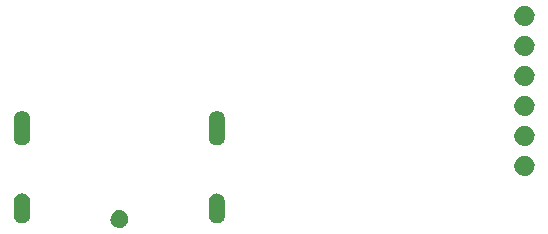
<source format=gbs>
G04 #@! TF.FileFunction,Soldermask,Bot*
%FSLAX46Y46*%
G04 Gerber Fmt 4.6, Leading zero omitted, Abs format (unit mm)*
G04 Created by KiCad (PCBNEW 4.0.7) date 09/28/18 02:57:55*
%MOMM*%
%LPD*%
G01*
G04 APERTURE LIST*
%ADD10C,0.100000*%
G04 APERTURE END LIST*
D10*
G36*
X139078776Y-111050498D02*
X139222851Y-111080072D01*
X139324547Y-111122822D01*
X139358444Y-111137071D01*
X139358445Y-111137072D01*
X139480383Y-111219319D01*
X139584021Y-111323683D01*
X139659265Y-111436936D01*
X139665415Y-111446193D01*
X139678310Y-111477477D01*
X139721465Y-111582178D01*
X139749998Y-111726284D01*
X139749998Y-111726287D01*
X139750032Y-111726459D01*
X139747686Y-111894455D01*
X139747648Y-111894622D01*
X139747648Y-111894627D01*
X139715101Y-112037884D01*
X139655278Y-112172248D01*
X139570491Y-112292441D01*
X139463983Y-112393867D01*
X139339795Y-112472679D01*
X139202664Y-112525869D01*
X139057821Y-112551409D01*
X138910765Y-112548328D01*
X138767115Y-112516744D01*
X138632335Y-112457861D01*
X138511554Y-112373915D01*
X138409387Y-112268119D01*
X138329708Y-112144481D01*
X138275564Y-112007730D01*
X138249013Y-111863066D01*
X138251067Y-111715994D01*
X138281648Y-111572120D01*
X138339587Y-111436938D01*
X138422685Y-111315577D01*
X138527775Y-111212666D01*
X138650844Y-111132131D01*
X138787221Y-111077031D01*
X138931698Y-111049471D01*
X139078776Y-111050498D01*
X139078776Y-111050498D01*
G37*
G36*
X130890729Y-109658246D02*
X130890730Y-109658246D01*
X130890755Y-109658249D01*
X131021261Y-109698648D01*
X131141435Y-109763626D01*
X131246700Y-109850708D01*
X131333045Y-109956578D01*
X131397182Y-110077203D01*
X131436669Y-110207988D01*
X131450000Y-110343952D01*
X131450000Y-111456169D01*
X131449944Y-111464094D01*
X131449932Y-111465822D01*
X131434703Y-111601586D01*
X131393395Y-111731807D01*
X131327579Y-111851525D01*
X131239764Y-111956179D01*
X131133294Y-112041783D01*
X131012225Y-112105077D01*
X130881167Y-112143649D01*
X130881146Y-112143651D01*
X130881142Y-112143652D01*
X130745114Y-112156032D01*
X130609271Y-112141754D01*
X130609270Y-112141754D01*
X130609245Y-112141751D01*
X130478739Y-112101352D01*
X130358565Y-112036374D01*
X130253300Y-111949292D01*
X130166955Y-111843422D01*
X130102818Y-111722797D01*
X130063331Y-111592012D01*
X130050000Y-111456048D01*
X130050000Y-110343831D01*
X130050061Y-110335195D01*
X130050068Y-110334178D01*
X130065297Y-110198414D01*
X130106605Y-110068193D01*
X130172421Y-109948475D01*
X130260236Y-109843821D01*
X130366706Y-109758217D01*
X130487775Y-109694923D01*
X130618833Y-109656351D01*
X130618854Y-109656349D01*
X130618858Y-109656348D01*
X130754886Y-109643968D01*
X130890729Y-109658246D01*
X130890729Y-109658246D01*
G37*
G36*
X147390729Y-109658246D02*
X147390730Y-109658246D01*
X147390755Y-109658249D01*
X147521261Y-109698648D01*
X147641435Y-109763626D01*
X147746700Y-109850708D01*
X147833045Y-109956578D01*
X147897182Y-110077203D01*
X147936669Y-110207988D01*
X147950000Y-110343952D01*
X147950000Y-111456169D01*
X147949944Y-111464094D01*
X147949932Y-111465822D01*
X147934703Y-111601586D01*
X147893395Y-111731807D01*
X147827579Y-111851525D01*
X147739764Y-111956179D01*
X147633294Y-112041783D01*
X147512225Y-112105077D01*
X147381167Y-112143649D01*
X147381146Y-112143651D01*
X147381142Y-112143652D01*
X147245114Y-112156032D01*
X147109271Y-112141754D01*
X147109270Y-112141754D01*
X147109245Y-112141751D01*
X146978739Y-112101352D01*
X146858565Y-112036374D01*
X146753300Y-111949292D01*
X146666955Y-111843422D01*
X146602818Y-111722797D01*
X146563331Y-111592012D01*
X146550000Y-111456048D01*
X146550000Y-110343831D01*
X146550061Y-110335195D01*
X146550068Y-110334178D01*
X146565297Y-110198414D01*
X146606605Y-110068193D01*
X146672421Y-109948475D01*
X146760236Y-109843821D01*
X146866706Y-109758217D01*
X146987775Y-109694923D01*
X147118833Y-109656351D01*
X147118854Y-109656349D01*
X147118858Y-109656348D01*
X147254886Y-109643968D01*
X147390729Y-109658246D01*
X147390729Y-109658246D01*
G37*
G36*
X173389384Y-106449565D02*
X173552862Y-106483122D01*
X173706717Y-106547797D01*
X173845074Y-106641120D01*
X173962669Y-106759539D01*
X174055024Y-106898545D01*
X174118622Y-107052845D01*
X174148686Y-107204681D01*
X174151037Y-107216555D01*
X174148375Y-107407175D01*
X174148337Y-107407342D01*
X174148337Y-107407347D01*
X174111402Y-107569917D01*
X174043521Y-107722380D01*
X173947318Y-107858756D01*
X173826466Y-107973842D01*
X173685554Y-108063267D01*
X173529957Y-108123619D01*
X173365607Y-108152599D01*
X173198748Y-108149103D01*
X173035753Y-108113266D01*
X172882823Y-108046453D01*
X172745780Y-107951205D01*
X172629848Y-107831156D01*
X172539442Y-107690871D01*
X172478007Y-107535704D01*
X172447880Y-107371559D01*
X172450211Y-107204681D01*
X172484909Y-107041435D01*
X172550653Y-106888045D01*
X172644940Y-106750341D01*
X172764182Y-106633571D01*
X172903825Y-106542191D01*
X173058567Y-106479671D01*
X173222499Y-106448400D01*
X173389384Y-106449565D01*
X173389384Y-106449565D01*
G37*
G36*
X173389384Y-103909565D02*
X173552862Y-103943122D01*
X173706717Y-104007797D01*
X173845074Y-104101120D01*
X173962669Y-104219539D01*
X174055024Y-104358545D01*
X174118622Y-104512845D01*
X174148686Y-104664681D01*
X174151037Y-104676555D01*
X174148375Y-104867175D01*
X174148337Y-104867342D01*
X174148337Y-104867347D01*
X174111402Y-105029917D01*
X174043521Y-105182380D01*
X173947318Y-105318756D01*
X173826466Y-105433842D01*
X173685554Y-105523267D01*
X173529957Y-105583619D01*
X173365607Y-105612599D01*
X173198748Y-105609103D01*
X173035753Y-105573266D01*
X172882823Y-105506453D01*
X172745780Y-105411205D01*
X172629848Y-105291156D01*
X172539442Y-105150871D01*
X172478007Y-104995704D01*
X172447880Y-104831559D01*
X172450211Y-104664681D01*
X172484909Y-104501435D01*
X172550653Y-104348045D01*
X172644940Y-104210341D01*
X172764182Y-104093571D01*
X172903825Y-104002191D01*
X173058567Y-103939671D01*
X173222499Y-103908400D01*
X173389384Y-103909565D01*
X173389384Y-103909565D01*
G37*
G36*
X147390729Y-102677278D02*
X147390730Y-102677278D01*
X147390755Y-102677281D01*
X147521261Y-102717680D01*
X147641435Y-102782658D01*
X147746700Y-102869740D01*
X147833045Y-102975610D01*
X147897182Y-103096235D01*
X147936669Y-103227020D01*
X147950000Y-103362984D01*
X147950000Y-104877137D01*
X147949944Y-104885062D01*
X147949932Y-104886790D01*
X147934703Y-105022554D01*
X147893395Y-105152775D01*
X147827579Y-105272493D01*
X147739764Y-105377147D01*
X147633294Y-105462751D01*
X147512225Y-105526045D01*
X147381167Y-105564617D01*
X147381146Y-105564619D01*
X147381142Y-105564620D01*
X147245114Y-105577000D01*
X147109271Y-105562722D01*
X147109270Y-105562722D01*
X147109245Y-105562719D01*
X146978739Y-105522320D01*
X146858565Y-105457342D01*
X146753300Y-105370260D01*
X146666955Y-105264390D01*
X146602818Y-105143765D01*
X146563331Y-105012980D01*
X146550000Y-104877016D01*
X146550000Y-103362863D01*
X146550061Y-103354227D01*
X146550068Y-103353210D01*
X146565297Y-103217446D01*
X146606605Y-103087225D01*
X146672421Y-102967507D01*
X146760236Y-102862853D01*
X146866706Y-102777249D01*
X146987775Y-102713955D01*
X147118833Y-102675383D01*
X147118854Y-102675381D01*
X147118858Y-102675380D01*
X147254886Y-102663000D01*
X147390729Y-102677278D01*
X147390729Y-102677278D01*
G37*
G36*
X130890729Y-102677278D02*
X130890730Y-102677278D01*
X130890755Y-102677281D01*
X131021261Y-102717680D01*
X131141435Y-102782658D01*
X131246700Y-102869740D01*
X131333045Y-102975610D01*
X131397182Y-103096235D01*
X131436669Y-103227020D01*
X131450000Y-103362984D01*
X131450000Y-104877137D01*
X131449944Y-104885062D01*
X131449932Y-104886790D01*
X131434703Y-105022554D01*
X131393395Y-105152775D01*
X131327579Y-105272493D01*
X131239764Y-105377147D01*
X131133294Y-105462751D01*
X131012225Y-105526045D01*
X130881167Y-105564617D01*
X130881146Y-105564619D01*
X130881142Y-105564620D01*
X130745114Y-105577000D01*
X130609271Y-105562722D01*
X130609270Y-105562722D01*
X130609245Y-105562719D01*
X130478739Y-105522320D01*
X130358565Y-105457342D01*
X130253300Y-105370260D01*
X130166955Y-105264390D01*
X130102818Y-105143765D01*
X130063331Y-105012980D01*
X130050000Y-104877016D01*
X130050000Y-103362863D01*
X130050061Y-103354227D01*
X130050068Y-103353210D01*
X130065297Y-103217446D01*
X130106605Y-103087225D01*
X130172421Y-102967507D01*
X130260236Y-102862853D01*
X130366706Y-102777249D01*
X130487775Y-102713955D01*
X130618833Y-102675383D01*
X130618854Y-102675381D01*
X130618858Y-102675380D01*
X130754886Y-102663000D01*
X130890729Y-102677278D01*
X130890729Y-102677278D01*
G37*
G36*
X173389384Y-101369565D02*
X173552862Y-101403122D01*
X173706717Y-101467797D01*
X173845074Y-101561120D01*
X173962669Y-101679539D01*
X174055024Y-101818545D01*
X174118622Y-101972845D01*
X174148686Y-102124681D01*
X174151037Y-102136555D01*
X174148375Y-102327175D01*
X174148337Y-102327342D01*
X174148337Y-102327347D01*
X174111402Y-102489917D01*
X174043521Y-102642380D01*
X173947318Y-102778756D01*
X173826466Y-102893842D01*
X173685554Y-102983267D01*
X173529957Y-103043619D01*
X173365607Y-103072599D01*
X173198748Y-103069103D01*
X173035753Y-103033266D01*
X172882823Y-102966453D01*
X172745780Y-102871205D01*
X172629848Y-102751156D01*
X172539442Y-102610871D01*
X172478007Y-102455704D01*
X172447880Y-102291559D01*
X172450211Y-102124681D01*
X172484909Y-101961435D01*
X172550653Y-101808045D01*
X172644940Y-101670341D01*
X172764182Y-101553571D01*
X172903825Y-101462191D01*
X173058567Y-101399671D01*
X173222499Y-101368400D01*
X173389384Y-101369565D01*
X173389384Y-101369565D01*
G37*
G36*
X173389384Y-98829565D02*
X173552862Y-98863122D01*
X173706717Y-98927797D01*
X173845074Y-99021120D01*
X173962669Y-99139539D01*
X174055024Y-99278545D01*
X174118622Y-99432845D01*
X174148686Y-99584681D01*
X174151037Y-99596555D01*
X174148375Y-99787175D01*
X174148337Y-99787342D01*
X174148337Y-99787347D01*
X174111402Y-99949917D01*
X174043521Y-100102380D01*
X173947318Y-100238756D01*
X173826466Y-100353842D01*
X173685554Y-100443267D01*
X173529957Y-100503619D01*
X173365607Y-100532599D01*
X173198748Y-100529103D01*
X173035753Y-100493266D01*
X172882823Y-100426453D01*
X172745780Y-100331205D01*
X172629848Y-100211156D01*
X172539442Y-100070871D01*
X172478007Y-99915704D01*
X172447880Y-99751559D01*
X172450211Y-99584681D01*
X172484909Y-99421435D01*
X172550653Y-99268045D01*
X172644940Y-99130341D01*
X172764182Y-99013571D01*
X172903825Y-98922191D01*
X173058567Y-98859671D01*
X173222499Y-98828400D01*
X173389384Y-98829565D01*
X173389384Y-98829565D01*
G37*
G36*
X173389384Y-96289565D02*
X173552862Y-96323122D01*
X173706717Y-96387797D01*
X173845074Y-96481120D01*
X173962669Y-96599539D01*
X174055024Y-96738545D01*
X174118622Y-96892845D01*
X174148686Y-97044681D01*
X174151037Y-97056555D01*
X174148375Y-97247175D01*
X174148337Y-97247342D01*
X174148337Y-97247347D01*
X174111402Y-97409917D01*
X174043521Y-97562380D01*
X173947318Y-97698756D01*
X173826466Y-97813842D01*
X173685554Y-97903267D01*
X173529957Y-97963619D01*
X173365607Y-97992599D01*
X173198748Y-97989103D01*
X173035753Y-97953266D01*
X172882823Y-97886453D01*
X172745780Y-97791205D01*
X172629848Y-97671156D01*
X172539442Y-97530871D01*
X172478007Y-97375704D01*
X172447880Y-97211559D01*
X172450211Y-97044681D01*
X172484909Y-96881435D01*
X172550653Y-96728045D01*
X172644940Y-96590341D01*
X172764182Y-96473571D01*
X172903825Y-96382191D01*
X173058567Y-96319671D01*
X173222499Y-96288400D01*
X173389384Y-96289565D01*
X173389384Y-96289565D01*
G37*
G36*
X173389384Y-93749565D02*
X173552862Y-93783122D01*
X173706717Y-93847797D01*
X173845074Y-93941120D01*
X173962669Y-94059539D01*
X174055024Y-94198545D01*
X174118622Y-94352845D01*
X174148686Y-94504681D01*
X174151037Y-94516555D01*
X174148375Y-94707175D01*
X174148337Y-94707342D01*
X174148337Y-94707347D01*
X174111402Y-94869917D01*
X174043521Y-95022380D01*
X173947318Y-95158756D01*
X173826466Y-95273842D01*
X173685554Y-95363267D01*
X173529957Y-95423619D01*
X173365607Y-95452599D01*
X173198748Y-95449103D01*
X173035753Y-95413266D01*
X172882823Y-95346453D01*
X172745780Y-95251205D01*
X172629848Y-95131156D01*
X172539442Y-94990871D01*
X172478007Y-94835704D01*
X172447880Y-94671559D01*
X172450211Y-94504681D01*
X172484909Y-94341435D01*
X172550653Y-94188045D01*
X172644940Y-94050341D01*
X172764182Y-93933571D01*
X172903825Y-93842191D01*
X173058567Y-93779671D01*
X173222499Y-93748400D01*
X173389384Y-93749565D01*
X173389384Y-93749565D01*
G37*
M02*

</source>
